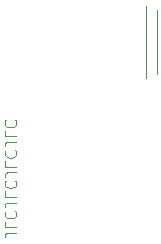
<source format=gbr>
%TF.GenerationSoftware,KiCad,Pcbnew,9.0.4*%
%TF.CreationDate,2025-09-15T00:01:54-04:00*%
%TF.ProjectId,usb-hub,7573622d-6875-4622-9e6b-696361645f70,rev?*%
%TF.SameCoordinates,Original*%
%TF.FileFunction,Legend,Bot*%
%TF.FilePolarity,Positive*%
%FSLAX46Y46*%
G04 Gerber Fmt 4.6, Leading zero omitted, Abs format (unit mm)*
G04 Created by KiCad (PCBNEW 9.0.4) date 2025-09-15 00:01:54*
%MOMM*%
%LPD*%
G01*
G04 APERTURE LIST*
G04 Aperture macros list*
%AMFreePoly0*
4,1,5,0.150000,-1.250000,-0.150000,-1.250000,-0.150000,1.250000,0.150000,1.250000,0.150000,-1.250000,0.150000,-1.250000,$1*%
G04 Aperture macros list end*
%ADD10C,0.125000*%
%ADD11C,0.050000*%
%ADD12FreePoly0,270.000000*%
G04 APERTURE END LIST*
D10*
X135028880Y-51244048D02*
X134314595Y-51244048D01*
X134314595Y-51244048D02*
X134171738Y-51291667D01*
X134171738Y-51291667D02*
X134076500Y-51386905D01*
X134076500Y-51386905D02*
X134028880Y-51529762D01*
X134028880Y-51529762D02*
X134028880Y-51625000D01*
X134028880Y-50291667D02*
X134028880Y-50767857D01*
X134028880Y-50767857D02*
X135028880Y-50767857D01*
X134124119Y-49386905D02*
X134076500Y-49434524D01*
X134076500Y-49434524D02*
X134028880Y-49577381D01*
X134028880Y-49577381D02*
X134028880Y-49672619D01*
X134028880Y-49672619D02*
X134076500Y-49815476D01*
X134076500Y-49815476D02*
X134171738Y-49910714D01*
X134171738Y-49910714D02*
X134266976Y-49958333D01*
X134266976Y-49958333D02*
X134457452Y-50005952D01*
X134457452Y-50005952D02*
X134600309Y-50005952D01*
X134600309Y-50005952D02*
X134790785Y-49958333D01*
X134790785Y-49958333D02*
X134886023Y-49910714D01*
X134886023Y-49910714D02*
X134981261Y-49815476D01*
X134981261Y-49815476D02*
X135028880Y-49672619D01*
X135028880Y-49672619D02*
X135028880Y-49577381D01*
X135028880Y-49577381D02*
X134981261Y-49434524D01*
X134981261Y-49434524D02*
X134933642Y-49386905D01*
X135028880Y-48672619D02*
X134314595Y-48672619D01*
X134314595Y-48672619D02*
X134171738Y-48720238D01*
X134171738Y-48720238D02*
X134076500Y-48815476D01*
X134076500Y-48815476D02*
X134028880Y-48958333D01*
X134028880Y-48958333D02*
X134028880Y-49053571D01*
X134028880Y-47720238D02*
X134028880Y-48196428D01*
X134028880Y-48196428D02*
X135028880Y-48196428D01*
X134124119Y-46815476D02*
X134076500Y-46863095D01*
X134076500Y-46863095D02*
X134028880Y-47005952D01*
X134028880Y-47005952D02*
X134028880Y-47101190D01*
X134028880Y-47101190D02*
X134076500Y-47244047D01*
X134076500Y-47244047D02*
X134171738Y-47339285D01*
X134171738Y-47339285D02*
X134266976Y-47386904D01*
X134266976Y-47386904D02*
X134457452Y-47434523D01*
X134457452Y-47434523D02*
X134600309Y-47434523D01*
X134600309Y-47434523D02*
X134790785Y-47386904D01*
X134790785Y-47386904D02*
X134886023Y-47339285D01*
X134886023Y-47339285D02*
X134981261Y-47244047D01*
X134981261Y-47244047D02*
X135028880Y-47101190D01*
X135028880Y-47101190D02*
X135028880Y-47005952D01*
X135028880Y-47005952D02*
X134981261Y-46863095D01*
X134981261Y-46863095D02*
X134933642Y-46815476D01*
X135028880Y-46101190D02*
X134314595Y-46101190D01*
X134314595Y-46101190D02*
X134171738Y-46148809D01*
X134171738Y-46148809D02*
X134076500Y-46244047D01*
X134076500Y-46244047D02*
X134028880Y-46386904D01*
X134028880Y-46386904D02*
X134028880Y-46482142D01*
X134028880Y-45148809D02*
X134028880Y-45624999D01*
X134028880Y-45624999D02*
X135028880Y-45624999D01*
X134124119Y-44244047D02*
X134076500Y-44291666D01*
X134076500Y-44291666D02*
X134028880Y-44434523D01*
X134028880Y-44434523D02*
X134028880Y-44529761D01*
X134028880Y-44529761D02*
X134076500Y-44672618D01*
X134076500Y-44672618D02*
X134171738Y-44767856D01*
X134171738Y-44767856D02*
X134266976Y-44815475D01*
X134266976Y-44815475D02*
X134457452Y-44863094D01*
X134457452Y-44863094D02*
X134600309Y-44863094D01*
X134600309Y-44863094D02*
X134790785Y-44815475D01*
X134790785Y-44815475D02*
X134886023Y-44767856D01*
X134886023Y-44767856D02*
X134981261Y-44672618D01*
X134981261Y-44672618D02*
X135028880Y-44529761D01*
X135028880Y-44529761D02*
X135028880Y-44434523D01*
X135028880Y-44434523D02*
X134981261Y-44291666D01*
X134981261Y-44291666D02*
X134933642Y-44244047D01*
X135028880Y-43529761D02*
X134314595Y-43529761D01*
X134314595Y-43529761D02*
X134171738Y-43577380D01*
X134171738Y-43577380D02*
X134076500Y-43672618D01*
X134076500Y-43672618D02*
X134028880Y-43815475D01*
X134028880Y-43815475D02*
X134028880Y-43910713D01*
X134028880Y-42577380D02*
X134028880Y-43053570D01*
X134028880Y-43053570D02*
X135028880Y-43053570D01*
X134124119Y-41672618D02*
X134076500Y-41720237D01*
X134076500Y-41720237D02*
X134028880Y-41863094D01*
X134028880Y-41863094D02*
X134028880Y-41958332D01*
X134028880Y-41958332D02*
X134076500Y-42101189D01*
X134076500Y-42101189D02*
X134171738Y-42196427D01*
X134171738Y-42196427D02*
X134266976Y-42244046D01*
X134266976Y-42244046D02*
X134457452Y-42291665D01*
X134457452Y-42291665D02*
X134600309Y-42291665D01*
X134600309Y-42291665D02*
X134790785Y-42244046D01*
X134790785Y-42244046D02*
X134886023Y-42196427D01*
X134886023Y-42196427D02*
X134981261Y-42101189D01*
X134981261Y-42101189D02*
X135028880Y-41958332D01*
X135028880Y-41958332D02*
X135028880Y-41863094D01*
X135028880Y-41863094D02*
X134981261Y-41720237D01*
X134981261Y-41720237D02*
X134933642Y-41672618D01*
D11*
%TO.C,J1*%
X146020000Y-31997500D02*
X146020000Y-38147500D01*
X146970000Y-32347500D02*
X146970000Y-37797500D01*
%TD*%
%LPC*%
D12*
%TO.C,J1*%
X148245000Y-32822500D03*
X148245000Y-33322500D03*
X148245000Y-33822500D03*
X148245000Y-34322500D03*
X148245000Y-34822500D03*
X148245000Y-35322500D03*
X148245000Y-35822500D03*
X148245000Y-36322500D03*
X148245000Y-36822500D03*
X148245000Y-37322500D03*
%TD*%
%LPD*%
M02*

</source>
